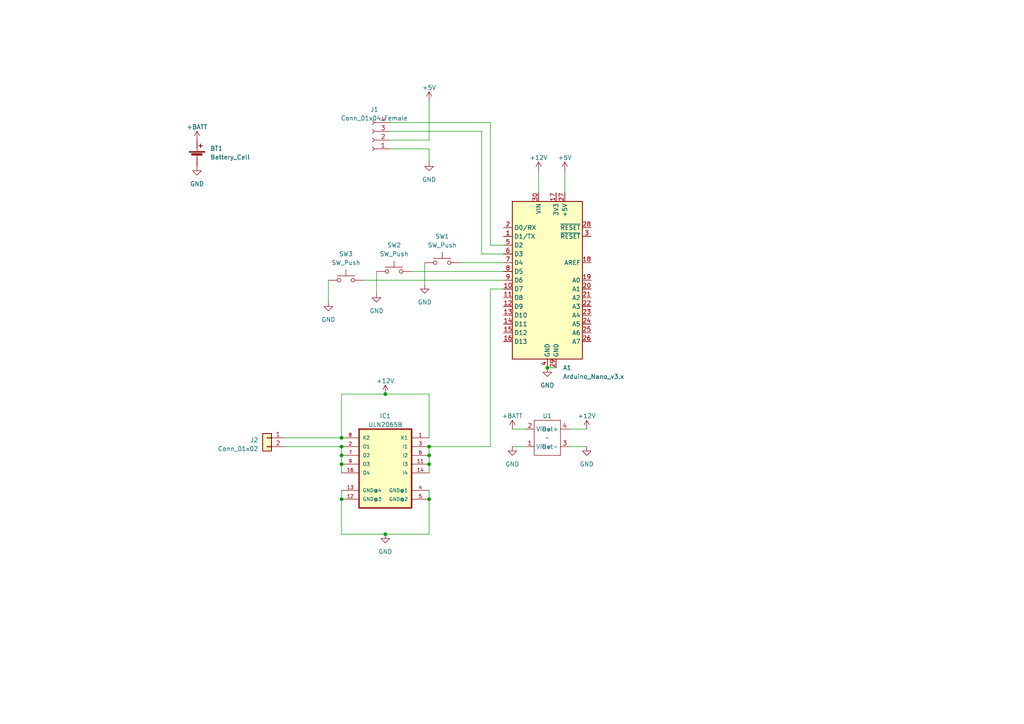
<source format=kicad_sch>
(kicad_sch (version 20230121) (generator eeschema)
  (paper "A4")
  (lib_symbols
    (symbol "Connector:Conn_01x04_Female" (pin_names (offset 1.016) hide)
      (property "Reference" "J" (at 0 5.08 0))
      (property "Value" "Conn_01x04_Female" (at 0 -7.62 0))
      (symbol "Conn_01x04_Female_1_1"
        (arc (start 0 -4.572) (mid -0.5058 -5.08) (end 0 -5.588) (stroke (width 0.1524)))
        (arc (start 0 -2.032) (mid -0.5058 -2.54) (end 0 -3.048) (stroke (width 0.1524)))
        (polyline (pts (xy -1.27 -5.08) (xy -0.508 -5.08)) (stroke (width 0.1524)))
        (polyline (pts (xy -1.27 -2.54) (xy -0.508 -2.54)) (stroke (width 0.1524)))
        (polyline (pts (xy -1.27 0) (xy -0.508 0)) (stroke (width 0.1524)))
        (polyline (pts (xy -1.27 2.54) (xy -0.508 2.54)) (stroke (width 0.1524)))
        (arc (start 0 0.508) (mid -0.5058 0) (end 0 -0.508) (stroke (width 0.1524)))
        (arc (start 0 3.048) (mid -0.5058 2.54) (end 0 2.032) (stroke (width 0.1524)))
        (pin passive line (at -5.08 2.54 0) (length 3.81) (name "Pin_1") (number "1"))
        (pin passive line (at -5.08 0 0) (length 3.81) (name "Pin_2") (number "2"))
        (pin passive line (at -5.08 -2.54 0) (length 3.81) (name "Pin_3") (number "3"))
        (pin passive line (at -5.08 -5.08 0) (length 3.81) (name "Pin_4") (number "4"))
      )
    )
    (symbol "Connector_Generic:Conn_01x02" (pin_names (offset 1.016) hide)
      (property "Reference" "J" (at 0 2.54 0))
      (property "Value" "Conn_01x02" (at 0 -5.08 0))
      (symbol "Conn_01x02_1_1"
        (rectangle (start -1.27 -2.413) (end 0 -2.667) (stroke (width 0.1524)))
        (rectangle (start -1.27 0.127) (end 0 -0.127) (stroke (width 0.1524)))
        (rectangle (start -1.27 1.27) (end 1.27 -3.81) (stroke (width 0.254)) (fill (type background)))
        (pin passive line (at -5.08 0 0) (length 3.81) (name "Pin_1") (number "1"))
        (pin passive line (at -5.08 -2.54 0) (length 3.81) (name "Pin_2") (number "2"))
      )
    )
    (symbol "Device:Battery_Cell" (pin_numbers hide) (pin_names (offset 0) hide)
      (property "Reference" "BT" (at 2.54 2.54 0))
      (property "Value" "Battery_Cell" (at 2.54 0 0))
      (symbol "Battery_Cell_0_1"
        (rectangle (start -2.286 1.778) (end 2.286 1.524) (fill (type outline)))
        (rectangle (start -1.5748 1.1938) (end 1.4732 0.6858) (fill (type outline)))
        (polyline (pts (xy 0 0.762) (xy 0 0)))
        (polyline (pts (xy 0 1.778) (xy 0 2.54)))
        (polyline (pts (xy 0.508 3.429) (xy 1.524 3.429)) (stroke (width 0.254)))
        (polyline (pts (xy 1.016 3.937) (xy 1.016 2.921)) (stroke (width 0.254)))
      )
      (symbol "Battery_Cell_1_1"
        (pin passive line (at 0 5.08 270) (length 2.54) (name "+") (number "1"))
        (pin passive line (at 0 -2.54 90) (length 2.54) (name "-") (number "2"))
      )
    )
    (symbol "MCU_Module:Arduino_Nano_v3.x"
      (property "Reference" "A" (at -10.16 23.495 0))
      (property "Value" "Arduino_Nano_v3.x" (at 5.08 -24.13 0))
      (symbol "Arduino_Nano_v3.x_0_1"
        (rectangle (start -10.16 22.86) (end 10.16 -22.86) (stroke (width 0.254)) (fill (type background)))
      )
      (symbol "Arduino_Nano_v3.x_1_1"
        (pin bidirectional line (at -12.7 12.7 0) (length 2.54) (name "D1/TX") (number "1"))
        (pin bidirectional line (at -12.7 -2.54 0) (length 2.54) (name "D7") (number "10"))
        (pin bidirectional line (at -12.7 -5.08 0) (length 2.54) (name "D8") (number "11"))
        (pin bidirectional line (at -12.7 -7.62 0) (length 2.54) (name "D9") (number "12"))
        (pin bidirectional line (at -12.7 -10.16 0) (length 2.54) (name "D10") (number "13"))
        (pin bidirectional line (at -12.7 -12.7 0) (length 2.54) (name "D11") (number "14"))
        (pin bidirectional line (at -12.7 -15.24 0) (length 2.54) (name "D12") (number "15"))
        (pin bidirectional line (at -12.7 -17.78 0) (length 2.54) (name "D13") (number "16"))
        (pin power_out line (at 2.54 25.4 270) (length 2.54) (name "3V3") (number "17"))
        (pin input line (at 12.7 5.08 180) (length 2.54) (name "AREF") (number "18"))
        (pin bidirectional line (at 12.7 0 180) (length 2.54) (name "A0") (number "19"))
        (pin bidirectional line (at -12.7 15.24 0) (length 2.54) (name "D0/RX") (number "2"))
        (pin bidirectional line (at 12.7 -2.54 180) (length 2.54) (name "A1") (number "20"))
        (pin bidirectional line (at 12.7 -5.08 180) (length 2.54) (name "A2") (number "21"))
        (pin bidirectional line (at 12.7 -7.62 180) (length 2.54) (name "A3") (number "22"))
        (pin bidirectional line (at 12.7 -10.16 180) (length 2.54) (name "A4") (number "23"))
        (pin bidirectional line (at 12.7 -12.7 180) (length 2.54) (name "A5") (number "24"))
        (pin bidirectional line (at 12.7 -15.24 180) (length 2.54) (name "A6") (number "25"))
        (pin bidirectional line (at 12.7 -17.78 180) (length 2.54) (name "A7") (number "26"))
        (pin power_out line (at 5.08 25.4 270) (length 2.54) (name "+5V") (number "27"))
        (pin input line (at 12.7 15.24 180) (length 2.54) (name "~{RESET}") (number "28"))
        (pin power_in line (at 2.54 -25.4 90) (length 2.54) (name "GND") (number "29"))
        (pin input line (at 12.7 12.7 180) (length 2.54) (name "~{RESET}") (number "3"))
        (pin power_in line (at -2.54 25.4 270) (length 2.54) (name "VIN") (number "30"))
        (pin power_in line (at 0 -25.4 90) (length 2.54) (name "GND") (number "4"))
        (pin bidirectional line (at -12.7 10.16 0) (length 2.54) (name "D2") (number "5"))
        (pin bidirectional line (at -12.7 7.62 0) (length 2.54) (name "D3") (number "6"))
        (pin bidirectional line (at -12.7 5.08 0) (length 2.54) (name "D4") (number "7"))
        (pin bidirectional line (at -12.7 2.54 0) (length 2.54) (name "D5") (number "8"))
        (pin bidirectional line (at -12.7 0 0) (length 2.54) (name "D6") (number "9"))
      )
    )
    (symbol "Switch:SW_Push" (pin_numbers hide) (pin_names (offset 1.016) hide)
      (property "Reference" "SW" (at 1.27 2.54 0))
      (property "Value" "SW_Push" (at 0 -1.524 0))
      (symbol "SW_Push_0_1"
        (circle (center -2.032 0) (radius 0.508))
        (polyline (pts (xy 0 1.27) (xy 0 3.048)))
        (polyline (pts (xy 2.54 1.27) (xy -2.54 1.27)))
        (circle (center 2.032 0) (radius 0.508))
        (pin passive line (at -5.08 0 0) (length 2.54) (name "1") (number "1"))
        (pin passive line (at 5.08 0 180) (length 2.54) (name "2") (number "2"))
      )
    )
    (symbol "ULN2065B:ULN2065B" (pin_names (offset 1.016))
      (property "Reference" "IC" (at -7.6236 10.9272 0))
      (property "Value" "ULN2065B" (at -7.6351 -15.2702 0))
      (symbol "ULN2065B_0_0"
        (rectangle (start -7.62 -12.7) (end 7.62 10.16) (stroke (width 0.4064)) (fill (type background)))
        (pin passive line (at -12.7 7.62 0) (length 5.08) (name "K1") (number "1"))
        (pin input line (at -12.7 0 0) (length 5.08) (name "I3") (number "11"))
        (pin power_in line (at 12.7 -10.16 180) (length 5.08) (name "GND@3") (number "12"))
        (pin power_in line (at 12.7 -7.62 180) (length 5.08) (name "GND@4") (number "13"))
        (pin input line (at -12.7 -2.54 0) (length 5.08) (name "I4") (number "14"))
        (pin open_collector line (at 12.7 -2.54 180) (length 5.08) (name "O4") (number "16"))
        (pin open_collector line (at 12.7 5.08 180) (length 5.08) (name "O1") (number "2"))
        (pin input line (at -12.7 5.08 0) (length 5.08) (name "I1") (number "3"))
        (pin power_in line (at -12.7 -7.62 0) (length 5.08) (name "GND@1") (number "4"))
        (pin power_in line (at -12.7 -10.16 0) (length 5.08) (name "GND@2") (number "5"))
        (pin input line (at -12.7 2.54 0) (length 5.08) (name "I2") (number "6"))
        (pin open_collector line (at 12.7 2.54 180) (length 5.08) (name "O2") (number "7"))
        (pin passive line (at 12.7 7.62 180) (length 5.08) (name "K2") (number "8"))
        (pin open_collector line (at 12.7 0 180) (length 5.08) (name "O3") (number "9"))
      )
    )
    (symbol "chinese_modules:dc-dc"
      (property "Reference" "U" (at 0 0 0))
      (symbol "dc-dc_0_1"
        (rectangle (start -3.81 5.08) (end 3.81 -5.08))
      )
      (symbol "dc-dc_1_1"
        (pin power_in line (at -6.35 -2.54 0) (length 2.54) (name "Vin+") (number "1"))
        (pin power_in line (at -6.35 2.54 0) (length 2.54) (name "Vin+") (number "2"))
        (pin power_out line (at 6.35 -2.54 180) (length 2.54) (name "Out-") (number "3"))
        (pin power_out line (at 6.35 2.54 180) (length 2.54) (name "Out+") (number "4"))
      )
    )
    (symbol "power:+12V" (power) (pin_names (offset 0))
      (property "Value" "+12V" (at 0 3.556 0))
      (symbol "+12V_0_1"
        (polyline (pts (xy -0.762 1.27) (xy 0 2.54)))
        (polyline (pts (xy 0 0) (xy 0 2.54)))
        (polyline (pts (xy 0 2.54) (xy 0.762 1.27)))
      )
      (symbol "+12V_1_1"
        (pin power_in line (at 0 0 90) (length 0) hide (name "+12V") (number "1"))
      )
    )
    (symbol "power:+5V" (power) (pin_names (offset 0))
      (property "Value" "+5V" (at 0 3.556 0))
      (symbol "+5V_0_1"
        (polyline (pts (xy -0.762 1.27) (xy 0 2.54)))
        (polyline (pts (xy 0 0) (xy 0 2.54)))
        (polyline (pts (xy 0 2.54) (xy 0.762 1.27)))
      )
      (symbol "+5V_1_1"
        (pin power_in line (at 0 0 90) (length 0) hide (name "+5V") (number "1"))
      )
    )
    (symbol "power:+BATT" (power) (pin_names (offset 0))
      (property "Value" "+BATT" (at 0 3.556 0))
      (symbol "+BATT_0_1"
        (polyline (pts (xy -0.762 1.27) (xy 0 2.54)))
        (polyline (pts (xy 0 0) (xy 0 2.54)))
        (polyline (pts (xy 0 2.54) (xy 0.762 1.27)))
      )
      (symbol "+BATT_1_1"
        (pin power_in line (at 0 0 90) (length 0) hide (name "+BATT") (number "1"))
      )
    )
    (symbol "power:GND" (power) (pin_names (offset 0))
      (property "Value" "GND" (at 0 -3.81 0))
      (symbol "GND_0_1"
        (polyline (pts (xy 0 0) (xy 0 -1.27) (xy 1.27 -1.27) (xy 0 -2.54) (xy -1.27 -1.27) (xy 0 -1.27)))
      )
      (symbol "GND_1_1"
        (pin power_in line (at 0 0 270) (length 0) hide (name "GND") (number "1"))
      )
    )
  )
  (junction (at 111.76 114.3))
  (junction (at 111.76 154.94))
  (junction (at 124.46 144.78))
  (junction (at 124.46 134.62))
  (junction (at 99.06 144.78))
  (junction (at 124.46 129.54))
  (junction (at 99.06 134.62))
  (junction (at 99.06 127))
  (junction (at 99.06 132.08))
  (junction (at 124.46 132.08))
  (junction (at 99.06 129.54))
  (junction (at 158.75 106.68))
  (wire (pts (xy 142.24 71.12) (xy 146.05 71.12)))
  (wire (pts (xy 124.46 144.78) (xy 124.46 154.94)))
  (wire (pts (xy 82.55 129.54) (xy 99.06 129.54)))
  (wire (pts (xy 111.76 154.94) (xy 99.06 154.94)))
  (wire (pts (xy 99.06 134.62) (xy 99.06 137.16)))
  (wire (pts (xy 99.06 144.78) (xy 99.06 142.24)))
  (wire (pts (xy 105.41 81.28) (xy 146.05 81.28)))
  (wire (pts (xy 124.46 134.62) (xy 124.46 137.16)))
  (wire (pts (xy 113.03 35.56) (xy 142.24 35.56)))
  (wire (pts (xy 142.24 35.56) (xy 142.24 71.12)))
  (wire (pts (xy 99.06 132.08) (xy 99.06 134.62)))
  (wire (pts (xy 99.06 127) (xy 99.06 114.3)))
  (wire (pts (xy 124.46 43.18) (xy 124.46 46.99)))
  (wire (pts (xy 165.1 124.46) (xy 170.18 124.46)))
  (wire (pts (xy 124.46 40.64) (xy 124.46 29.21)))
  (wire (pts (xy 113.03 43.18) (xy 124.46 43.18)))
  (wire (pts (xy 139.7 73.66) (xy 146.05 73.66)))
  (wire (pts (xy 165.1 129.54) (xy 170.18 129.54)))
  (wire (pts (xy 124.46 142.24) (xy 124.46 144.78)))
  (wire (pts (xy 99.06 154.94) (xy 99.06 144.78)))
  (wire (pts (xy 124.46 154.94) (xy 111.76 154.94)))
  (wire (pts (xy 133.35 76.2) (xy 146.05 76.2)))
  (wire (pts (xy 99.06 114.3) (xy 111.76 114.3)))
  (wire (pts (xy 124.46 132.08) (xy 124.46 134.62)))
  (wire (pts (xy 139.7 38.1) (xy 139.7 73.66)))
  (wire (pts (xy 95.25 81.28) (xy 95.25 87.63)))
  (wire (pts (xy 163.83 49.53) (xy 163.83 55.88)))
  (wire (pts (xy 113.03 40.64) (xy 124.46 40.64)))
  (wire (pts (xy 148.59 129.54) (xy 152.4 129.54)))
  (wire (pts (xy 119.38 78.74) (xy 146.05 78.74)))
  (wire (pts (xy 148.59 124.46) (xy 152.4 124.46)))
  (wire (pts (xy 123.19 76.2) (xy 123.19 82.55)))
  (wire (pts (xy 142.24 83.82) (xy 146.05 83.82)))
  (wire (pts (xy 156.21 49.53) (xy 156.21 55.88)))
  (wire (pts (xy 142.24 83.82) (xy 142.24 129.54)))
  (wire (pts (xy 109.22 78.74) (xy 109.22 85.09)))
  (wire (pts (xy 158.75 106.68) (xy 161.29 106.68)))
  (wire (pts (xy 124.46 114.3) (xy 111.76 114.3)))
  (wire (pts (xy 124.46 129.54) (xy 142.24 129.54)))
  (wire (pts (xy 82.55 127) (xy 99.06 127)))
  (wire (pts (xy 113.03 38.1) (xy 139.7 38.1)))
  (wire (pts (xy 99.06 129.54) (xy 99.06 132.08)))
  (wire (pts (xy 124.46 129.54) (xy 124.46 132.08)))
  (wire (pts (xy 124.46 127) (xy 124.46 114.3)))
  (symbol (lib_id "power:+12V") (at 111.76 114.3 0) (mirror y) (unit 1)
    (property "Reference" "#PWR010" (effects hide))
    (property "Value" "+12V" (at 111.76 110.49 0))
  )
  (symbol (lib_id "Switch:SW_Push") (at 128.27 76.2 0) (unit 1)
    (property "Reference" "SW1" (at 128.27 68.58 0))
    (property "Value" "SW_Push" (at 128.27 71.12 0))
    (property "Footprint" "Button_Switch_THT:SW_PUSH_6mm_H5mm" (effects hide))
  )
  (symbol (lib_id "power:+5V") (at 124.46 29.21 0) (unit 1)
    (property "Reference" "#PWR012" (effects hide))
    (property "Value" "+5V" (at 124.46 25.4 0))
  )
  (symbol (lib_id "ULN2065B:ULN2065B") (at 111.76 134.62 0) (mirror y) (unit 1)
    (property "Reference" "IC1" (at 111.76 120.65 0))
    (property "Value" "ULN2065B" (at 111.76 123.19 0))
    (property "Footprint" "Package_DIP:DIP-16_W7.62mm_LongPads" (effects hide))
  )
  (symbol (lib_id "power:GND") (at 124.46 46.99 0) (unit 1)
    (property "Reference" "#PWR013" (effects hide))
    (property "Value" "GND" (at 124.46 52.07 0))
  )
  (symbol (lib_id "MCU_Module:Arduino_Nano_v3.x") (at 158.75 81.28 0) (unit 1)
    (property "Reference" "A1" (at 163.2459 106.68 0) (effects (justify left)))
    (property "Value" "Arduino_Nano_v3.x" (at 163.2459 109.22 0) (effects (justify left)))
    (property "Footprint" "Module:Arduino_Nano" (effects hide))
    (property "Datasheet" "http://www.mouser.com/pdfdocs/Gravitech_Arduino_Nano3_0.pdf" (effects hide))
  )
  (symbol (lib_id "power:GND") (at 109.22 85.09 0) (unit 1)
    (property "Reference" "#PWR015" (effects hide))
    (property "Value" "GND" (at 109.22 90.17 0))
  )
  (symbol (lib_id "power:GND") (at 170.18 129.54 0) (unit 1)
    (property "Reference" "#PWR08" (effects hide))
    (property "Value" "GND" (at 170.18 134.62 0))
  )
  (symbol (lib_id "Connector_Generic:Conn_01x02") (at 77.47 127 0) (mirror y) (unit 1)
    (property "Reference" "J2" (at 74.93 127.635 0) (effects (justify left)))
    (property "Value" "Conn_01x02" (at 74.93 130.175 0) (effects (justify left)))
    (property "Footprint" "Connector_Wire:SolderWirePad_1x02_P7.62mm_Drill2mm" (effects hide))
  )
  (symbol (lib_id "power:GND") (at 158.75 106.68 0) (unit 1)
    (property "Reference" "#PWR04" (effects hide))
    (property "Value" "GND" (at 158.75 111.76 0))
  )
  (symbol (lib_id "power:+12V") (at 170.18 124.46 0) (unit 1)
    (property "Reference" "#PWR02" (effects hide))
    (property "Value" "+12V" (at 170.18 120.65 0))
  )
  (symbol (lib_id "Connector:Conn_01x04_Female") (at 107.95 40.64 180) (unit 1)
    (property "Reference" "J1" (at 108.585 31.75 0))
    (property "Value" "Conn_01x04_Female" (at 108.585 34.29 0))
    (property "Footprint" "Connector_PinSocket_2.54mm:PinSocket_1x04_P2.54mm_Vertical" (effects hide))
  )
  (symbol (lib_id "power:+BATT") (at 148.59 124.46 0) (unit 1)
    (property "Reference" "#PWR014" (effects hide))
    (property "Value" "+BATT" (at 148.59 120.65 0))
  )
  (symbol (lib_id "power:GND") (at 95.25 87.63 0) (unit 1)
    (property "Reference" "#PWR016" (effects hide))
    (property "Value" "GND" (at 95.25 92.71 0))
  )
  (symbol (lib_id "power:+12V") (at 156.21 49.53 0) (unit 1)
    (property "Reference" "#PWR09" (effects hide))
    (property "Value" "+12V" (at 156.21 45.72 0))
  )
  (symbol (lib_id "power:+BATT") (at 57.15 40.64 0) (unit 1)
    (property "Reference" "#PWR03" (effects hide))
    (property "Value" "+BATT" (at 57.15 36.83 0))
  )
  (symbol (lib_id "power:GND") (at 111.76 154.94 0) (mirror y) (unit 1)
    (property "Reference" "#PWR06" (effects hide))
    (property "Value" "GND" (at 111.76 160.02 0))
  )
  (symbol (lib_id "power:GND") (at 57.15 48.26 0) (unit 1)
    (property "Reference" "#PWR01" (effects hide))
    (property "Value" "GND" (at 57.15 53.34 0))
  )
  (symbol (lib_id "Switch:SW_Push") (at 114.3 78.74 0) (unit 1)
    (property "Reference" "SW2" (at 114.3 71.12 0))
    (property "Value" "SW_Push" (at 114.3 73.66 0))
    (property "Footprint" "Button_Switch_THT:SW_PUSH_6mm_H5mm" (effects hide))
  )
  (symbol (lib_id "Device:Battery_Cell") (at 57.15 45.72 0) (unit 1)
    (property "Reference" "BT1" (at 60.96 43.053 0) (effects (justify left)))
    (property "Value" "Battery_Cell" (at 60.96 45.593 0) (effects (justify left)))
    (property "Footprint" "Battery:BatteryHolder_Keystone_1042_1x18650" (effects hide))
  )
  (symbol (lib_id "Switch:SW_Push") (at 100.33 81.28 0) (unit 1)
    (property "Reference" "SW3" (at 100.33 73.66 0))
    (property "Value" "SW_Push" (at 100.33 76.2 0))
    (property "Footprint" "Button_Switch_THT:SW_PUSH_6mm_H5mm" (effects hide))
  )
  (symbol (lib_id "power:GND") (at 148.59 129.54 0) (unit 1)
    (property "Reference" "#PWR07" (effects hide))
    (property "Value" "GND" (at 148.59 134.62 0))
  )
  (symbol (lib_id "power:GND") (at 123.19 82.55 0) (unit 1)
    (property "Reference" "#PWR05" (effects hide))
    (property "Value" "GND" (at 123.19 87.63 0))
  )
  (symbol (lib_id "chinese_modules:dc-dc") (at 158.75 127 0) (unit 1)
    (property "Reference" "U1" (at 158.75 120.65 0))
    (property "Value" "~" (at 158.75 127 0))
    (property "Footprint" "chinese_modules:dc-dc module" (effects hide))
  )
  (symbol (lib_id "power:+5V") (at 163.83 49.53 0) (unit 1)
    (property "Reference" "#PWR011" (effects hide))
    (property "Value" "+5V" (at 163.83 45.72 0))
  )
)
</source>
